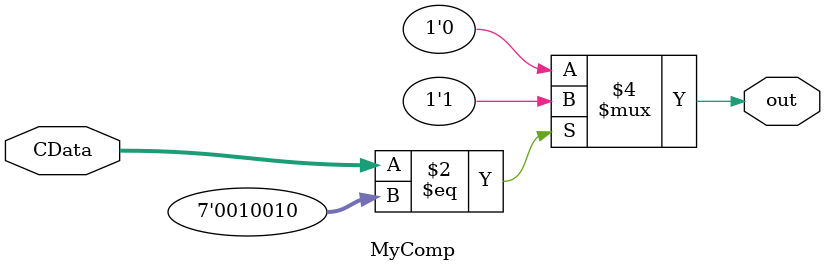
<source format=v>
module MyComp(CData,out);
input [6:0] CData;
wire [6:0] CData;
output out;
reg out;
always @ (CData)
begin
	//compare value in register with 2
	if(CData == 7'b0010010)
		out <=1'b1;
	else
		out <=1'b0;
	end
endmodule 
</source>
